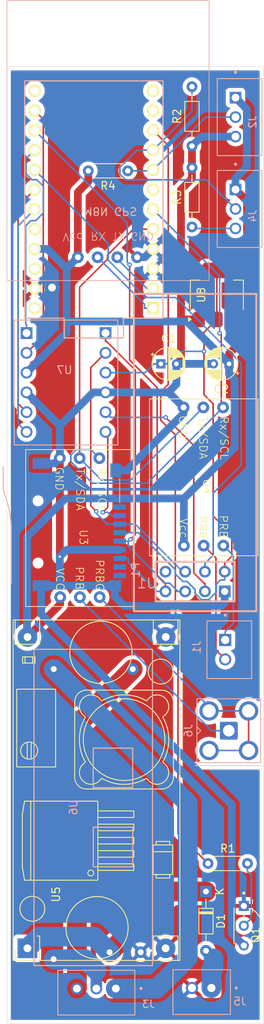
<source format=kicad_pcb>
(kicad_pcb (version 20240108) (generator "pcbnew") (generator_version "8.0")
  (layers (0 "F.Cu" mixed) (31 "B.Cu" mixed) (34 "B.Paste" user) (35 "F.Paste" user) (36 "B.SilkS" user "B.Silkscreen") (37 "F.SilkS" user "F.Silkscreen") (38 "B.Mask" user) (39 "F.Mask" user) (44 "Edge.Cuts" user))
  (net 0 "")
  (net 1 "Net-(U2-C6)")
  (net 2 "Net-(J4-Pad3)")
  (net 5 "Net-(U2-D7)")
  (net 6 "Net-(P1-DAT3{slash}CS)")
  (net 8 "P_EN")
  (net 10 "Net-(U1-CE)")
  (net 11 "NRF CS")
  (net 13 "NRF CE")
  (net 17 "SD CS")
  (net 21 "Net-(J6-In)")
  (net 22 "Net-(J6-Ext)")
  (net 23 "CHRG IN")
  (net 24 "CHRG rectified")
  (net 25 "BAT+")
  (net 26 "BAT M")
  (net 27 "BAT -")
  (net 28 "GND")
  (net 29 "3.3V")
  (net 30 "V GND")
  (net 31 "5V")
  (net 32 "Net-(Q1-Pad2)")
  (net 33 "Net-(J1-Pad1)")
  (net 34 "Net-(J1-Pad2)")
  (net 35 "Net-(P1-CLK{slash}SCK)")
  (net 36 "Net-(P1-CMD{slash}MOSI)")
  (net 37 "SDA")
  (net 38 "TX")
  (net 39 "RX")
  (net 40 "SCL")
  (net 41 "MISO")
  (net 42 "MOSI")
  (net 43 "SCLK")
  (footprint "EZO_PH:EZO_PH" (layer "F.Cu") (at 88.945 124.48 -90)
    (property "Reference" "U3" (at 0 -0.5 -90) (layer "F.SilkS") (effects (font (thickness 0.1))))
    (property "Value" "EZO_PH")
    (fp_text user "PRBG" (at 2.8 -2 -90) (layer "F.SilkS") (effects (font (thickness 0.1)) (justify left bottom)))
    (fp_text user "VCC" (at 3.9 3.1 -90) (layer "F.SilkS") (effects (font (thickness 0.1)) (justify left bottom)))
    (fp_text user "GND" (at -9.1 3.2 -90) (layer "F.SilkS") (effects (font (thickness 0.1)) (justify left bottom)))
    (fp_text user "Rx/SCL" (at -9 -2.3 -90) (layer "F.SilkS") (effects (font (thickness 0.1)) (justify left bottom)))
    (fp_text user "PRB" (at 3.7 0.6 -90) (layer "F.SilkS") (effects (font (thickness 0.1)) (justify left bottom)))
    (fp_text user "Tx/SDA" (at -8.9 0.5 -90) (layer "F.SilkS") (effects (font (thickness 0.1)) (justify left bottom)))
    (pad "1" thru_hole circle (at -10.16 2.54 270) (size 1.524 1.524) (drill 0.762) (layers "*.Cu" "*.Mask") (net 30 "V GND"))
    (pad "2" thru_hole circle (at -10.16 0 270) (size 1.524 1.524) (drill 0.762) (layers "*.Cu" "*.Mask") (net 37 "SDA"))
    (pad "3" thru_hole circle (at -10.16 -2.54 270) (size 1.524 1.524) (drill 0.762) (layers "*.Cu" "*.Mask") (net 40 "SCL"))
    (pad "4" thru_hole circle (at 7.7 2.5 270) (size 1.524 1.524) (drill 0.762) (layers "*.Cu" "*.Mask") (net 31 "5V"))
    (pad "5" thru_hole circle (at 7.7 -0.04 270) (size 1.524 1.524) (drill 0.762) (layers "*.Cu" "*.Mask") (net 21 "Net-(J6-In)"))
    (pad "6" thru_hole circle (at 7.7 -2.58 270) (size 1.524 1.524) (drill 0.762) (layers "*.Cu" "*.Mask") (net 22 "Net-(J6-Ext)"))
  )
  (footprint "Resistor_THT:R_Axial_DIN0204_L3.6mm_D1.6mm_P7.62mm_Horizontal" (layer "F.Cu") (at 103.4 84.61 90)
    (property "Reference" "R3" (at 3.81 -1.92 90) (layer "F.SilkS"))
    (property "Value" "470")
    (pad "1" thru_hole circle (at 0 0 90) (size 1.4 1.4) (drill 0.7) (layers "*.Cu" "*.Mask") (net 2 "Net-(J4-Pad3)"))
    (pad "2" thru_hole oval (at 7.62 0 90) (size 1.4 1.4) (drill 0.7) (layers "*.Cu" "*.Mask") (net 30 "V GND"))
  )
  (footprint "LM2596:YAAJ_DCDC_StepDown_LM2596" (layer "F.Cu") (at 82.23 177.3 90)
    (property "Reference" "U5" (at 6.92 3.69 90) (layer "F.SilkS"))
    (property "Value" "DC-DC STPDN LM2596")
    (pad "1" thru_hole rect (at 0 0 90) (size 2.54 2.54) (drill 1) (layers "*.Cu" "*.Mask") (net 24 "CHRG rectified"))
    (pad "2" thru_hole circle (at 0 17.78 90) (size 2.54 2.54) (drill 1) (layers "*.Cu" "*.Mask") (net 28 "GND"))
    (pad "3" thru_hole circle (at 40 17.8 90) (size 2.54 2.54) (drill 1) (layers "*.Cu" "*.Mask") (net 28 "GND"))
    (pad "4" thru_hole circle (at 40 0.02 90) (size 2.54 2.54) (drill 1) (layers "*.Cu" "*.Mask") (net 31 "5V"))
  )
  (footprint "Resistor_THT:R_Axial_DIN0204_L3.6mm_D1.6mm_P7.62mm_Horizontal" (layer "F.Cu") (at 103.4 74.21 90)
    (property "Reference" "R2" (at 3.81 -1.92 90) (layer "F.SilkS"))
    (property "Value" "4.7K")
    (pad "1" thru_hole circle (at 0 0 90) (size 1.4 1.4) (drill 0.7) (layers "*.Cu" "*.Mask") (net 30 "V GND"))
    (pad "2" thru_hole oval (at 7.62 0 90) (size 1.4 1.4) (drill 0.7) (layers "*.Cu" "*.Mask") (net 5 "Net-(U2-D7)"))
  )
  (footprint "Package_TO_SOT_SMD:SOT-223-3_TabPin2" (layer "F.Cu") (at 106.6 93.35 90)
    (property "Reference" "U8" (at 0 -2 90) (layer "F.SilkS"))
    (property "Value" "AMS1117 3.3v")
    (pad "1" smd roundrect (at -3.15 -2.3 90) (size 2 1.5) (layers "F.Cu" "F.Paste" "F.Mask") (net 30 "V GND"))
    (pad "2" smd roundrect (at -3.15 0 90) (size 2 1.5) (layers "F.Cu" "F.Paste" "F.Mask") (net 29 "3.3V"))
    (pad "2" smd roundrect (at 3.15 0 90) (size 2 3.8) (layers "F.Cu" "F.Paste" "F.Mask") (net 29 "3.3V"))
    (pad "3" smd roundrect (at -3.15 2.3 90) (size 2 1.5) (layers "F.Cu" "F.Paste" "F.Mask") (net 31 "5V"))
  )
  (footprint "EZO_TDS:EZO_TDS" (layer "F.Cu") (at 104.86 117.96 -90)
    (property "Reference" "U4" (at 0 -0.5 -90) (layer "F.SilkS") (effects (font (thickness 0.1))))
    (property "Value" "EZO_TDS")
    (fp_text user "Vcc" (at 4 3.1 -90) (layer "F.SilkS") (effects (font (thickness 0.1)) (justify left bottom)))
    (fp_text user "Tx/SDA" (at -9 0.6 -90) (layer "F.SilkS") (effects (font (thickness 0.1)) (justify left bottom)))
    (fp_text user "Rx/SCL" (at -9.1 -2.1 -90) (layer "F.SilkS") (effects (font (thickness 0.1)) (justify left bottom)))
    (fp_text user "PRB" (at 3.6 -2 -90) (layer "F.SilkS") (effects (font (thickness 0.1)) (justify left bottom)))
    (fp_text user "PRB" (at 3.7 0.7 -90) (layer "F.SilkS") (effects (font (thickness 0.1)) (justify left bottom)))
    (fp_text user "GND" (at -9.2 3.2 -90) (layer "F.SilkS") (effects (font (thickness 0.1)) (justify left bottom)))
    (pad "1" thru_hole circle (at -10.16 2.54 270) (size 1.524 1.524) (drill 0.762) (layers "*.Cu" "*.Mask") (net 30 "V GND"))
    (pad "2" thru_hole circle (at -10.16 0 270) (size 1.524 1.524) (drill 0.762) (layers "*.Cu" "*.Mask") (net 37 "SDA"))
    (pad "3" thru_hole circle (at -10.16 -2.54 270) (size 1.524 1.524) (drill 0.762) (layers "*.Cu" "*.Mask") (net 40 "SCL"))
    (pad "4" thru_hole circle (at 7.6 2.5 270) (size 1.524 1.524) (drill 0.762) (layers "*.Cu" "*.Mask") (net 31 "5V"))
    (pad "5" thru_hole circle (at 7.6 -0.04 270) (size 1.524 1.524) (drill 0.762) (layers "*.Cu" "*.Mask") (net 34 "Net-(J1-Pad2)"))
    (pad "6" thru_hole circle (at 7.6 -2.58 270) (size 1.524 1.524) (drill 0.762) (layers "*.Cu" "*.Mask") (net 33 "Net-(J1-Pad1)"))
  )
  (footprint "Diode_THT:D_DO-34_SOD68_P7.62mm_Horizontal" (layer "F.Cu") (at 105.2 170 -90)
    (property "Reference" "D1" (at 3.81 -1.92 90) (layer "F.SilkS"))
    (property "Value" "D_Schottky")
    (fp_text user "K" (at 0 -1.75 90) (layer "F.SilkS"))
    (pad "1" thru_hole rect (at 0 0 270) (size 1.5 1.5) (drill 0.75) (layers "*.Cu" "*.Mask") (net 24 "CHRG rectified"))
    (pad "2" thru_hole oval (at 7.62 0 270) (size 1.5 1.5) (drill 0.75) (layers "*.Cu" "*.Mask") (net 23 "CHRG IN"))
  )
  (footprint "promicro:ProMicro" (layer "F.Cu") (at 90.78 81.09 90)
    (property "Reference" "U2" (hide yes))
    (property "Value" "ProMicro")
    (pad "1" thru_hole rect (at -13.97 7.62 90) (size 1.6 1.6) (drill 1.1) (layers "*.Cu" "*.Mask" "F.SilkS") (net 38 "TX"))
    (pad "2" thru_hole circle (at -11.43 7.62 90) (size 1.6 1.6) (drill 1.1) (layers "*.Cu" "*.Mask" "F.SilkS") (net 39 "RX"))
    (pad "3" thru_hole circle (at -8.89 7.62 90) (size 1.6 1.6) (drill 1.1) (layers "*.Cu" "*.Mask" "F.SilkS") (net 28 "GND"))
    (pad "4" thru_hole circle (at -6.35 7.62 90) (size 1.6 1.6) (drill 1.1) (layers "*.Cu" "*.Mask" "F.SilkS") (net 28 "GND"))
    (pad "5" thru_hole circle (at -3.81 7.62 90) (size 1.6 1.6) (drill 1.1) (layers "*.Cu" "*.Mask" "F.SilkS") (net 37 "SDA"))
    (pad "6" thru_hole circle (at -1.27 7.62 90) (size 1.6 1.6) (drill 1.1) (layers "*.Cu" "*.Mask" "F.SilkS") (net 40 "SCL"))
    (pad "7" thru_hole circle (at 1.27 7.62 90) (size 1.6 1.6) (drill 1.1) (layers "*.Cu" "*.Mask" "F.SilkS"))
    (pad "8" thru_hole circle (at 3.81 7.62 90) (size 1.6 1.6) (drill 1.1) (layers "*.Cu" "*.Mask" "F.SilkS") (net 1 "Net-(U2-C6)"))
    (pad "9" thru_hole circle (at 6.35 7.62 90) (size 1.6 1.6) (drill 1.1) (layers "*.Cu" "*.Mask" "F.SilkS") (net 5 "Net-(U2-D7)"))
    (pad "10" thru_hole circle (at 8.89 7.62 90) (size 1.6 1.6) (drill 1.1) (layers "*.Cu" "*.Mask" "F.SilkS") (net 8 "P_EN"))
    (pad "11" thru_hole circle (at 11.43 7.62 90) (size 1.6 1.6) (drill 1.1) (layers "*.Cu" "*.Mask" "F.SilkS"))
    (pad "12" thru_hole circle (at 13.97 7.62 90) (size 1.6 1.6) (drill 1.1) (layers "*.Cu" "*.Mask" "F.SilkS"))
    (pad "13" thru_hole circle (at 13.97 -7.62 90) (size 1.6 1.6) (drill 1.1) (layers "*.Cu" "*.Mask" "F.SilkS"))
    (pad "14" thru_hole circle (at 11.43 -7.62 90) (size 1.6 1.6) (drill 1.1) (layers "*.Cu" "*.Mask" "F.SilkS") (net 42 "MOSI"))
    (pad "15" thru_hole circle (at 8.89 -7.62 90) (size 1.6 1.6) (drill 1.1) (layers "*.Cu" "*.Mask" "F.SilkS") (net 41 "MISO"))
    (pad "16" thru_hole circle (at 6.35 -7.62 90) (size 1.6 1.6) (drill 1.1) (layers "*.Cu" "*.Mask" "F.SilkS") (net 43 "SCLK"))
    (pad "17" thru_hole circle (at 3.81 -7.62 90) (size 1.6 1.6) (drill 1.1) (layers "*.Cu" "*.Mask" "F.SilkS") (net 11 "NRF CS"))
    (pad "18" thru_hole circle (at 1.27 -7.62 90) (size 1.6 1.6) (drill 1.1) (layers "*.Cu" "*.Mask" "F.SilkS") (net 13 "NRF CE"))
    (pad "19" thru_hole circle (at -1.27 -7.62 90) (size 1.6 1.6) (drill 1.1) (layers "*.Cu" "*.Mask" "F.SilkS") (net 17 "SD CS"))
    (pad "20" thru_hole circle (at -3.81 -7.62 90) (size 1.6 1.6) (drill 1.1) (layers "*.Cu" "*.Mask" "F.SilkS"))
    (pad "21" thru_hole circle (at -6.35 -7.62 90) (size 1.6 1.6) (drill 1.1) (layers "*.Cu" "*.Mask" "F.SilkS") (net 31 "5V"))
    (pad "22" thru_hole circle (at -8.89 -7.62 90) (size 1.6 1.6) (drill 1.1) (layers "*.Cu" "*.Mask" "F.SilkS"))
    (pad "23" thru_hole circle (at -11.43 -7.62 90) (size 1.6 1.6) (drill 1.1) (layers "*.Cu" "*.Mask" "F.SilkS") (net 28 "GND"))
    (pad "24" thru_hole circle (at -13.97 -7.62 90) (size 1.6 1.6) (drill 1.1) (layers "*.Cu" "*.Mask" "F.SilkS"))
  )
  (footprint "Capacitor_THT:CP_Radial_D4.0mm_P2.00mm" (layer "F.Cu") (at 99.4 102.2)
    (property "Reference" "C1" (at 1 -3.25 0) (layer "F.SilkS"))
    (property "Value" "C_Polarized")
    (pad "1" thru_hole rect (at 0 0) (size 1.2 1.2) (drill 0.6) (layers "*.Cu" "*.Mask") (net 29 "3.3V"))
    (pad "2" thru_hole circle (at 2 0) (size 1.2 1.2) (drill 0.6) (layers "*.Cu" "*.Mask") (net 30 "V GND"))
  )
  (footprint "Resistor_THT:R_Axial_DIN0204_L3.6mm_D1.6mm_P5.08mm_Horizontal" (layer "F.Cu") (at 95.14 77.4 180)
    (property "Reference" "R4" (at 2.54 -1.92 0) (layer "F.SilkS"))
    (property "Value" "4.7K")
    (pad "1" thru_hole circle (at 0 0 180) (size 1.4 1.4) (drill 0.7) (layers "*.Cu" "*.Mask") (net 1 "Net-(U2-C6)"))
    (pad "2" thru_hole oval (at 5.08 0 180) (size 1.4 1.4) (drill 0.7) (layers "*.Cu" "*.Mask") (net 31 "5V"))
  )
  (footprint "2N2222A:TO92254P470H750-3" (layer "F.Cu") (at 112.4 174.4 -90)
    (property "Reference" "Q1" (at 1.2 0.8 90) (layer "F.SilkS"))
    (property "Value" "2N2222A")
    (pad "1" thru_hole rect (at -2.54 2.33 270) (size 1.298 1.298) (drill 0.79) (layers "*.Cu" "*.Mask") (net 28 "GND"))
    (pad "2" thru_hole circle (at 0 2.33 270) (size 1.298 1.298) (drill 0.79) (layers "*.Cu" "*.Mask") (net 32 "Net-(Q1-Pad2)"))
    (pad "3" thru_hole circle (at 2.54 2.33 270) (size 1.298 1.298) (drill 0.79) (layers "*.Cu" "*.Mask") (net 30 "V GND"))
  )
  (footprint "Resistor_THT:R_Axial_DIN0204_L3.6mm_D1.6mm_P5.08mm_Horizontal" (layer "F.Cu") (at 105.46 166.4)
    (property "Reference" "R1" (at 2.54 -1.92 0) (layer "F.SilkS"))
    (property "Value" "1K")
    (pad "1" thru_hole circle (at 0 0) (size 1.4 1.4) (drill 0.7) (layers "*.Cu" "*.Mask") (net 8 "P_EN"))
    (pad "2" thru_hole oval (at 5.08 0) (size 1.4 1.4) (drill 0.7) (layers "*.Cu" "*.Mask") (net 32 "Net-(Q1-Pad2)"))
  )
  (footprint "Capacitor_THT:CP_Radial_D4.0mm_P2.00mm" (layer "F.Cu") (at 108.1726 102.2 180)
    (property "Reference" "C2" (at 1 -3.25 0) (layer "F.SilkS"))
    (property "Value" "C_Polarized")
    (pad "1" thru_hole rect (at 0 0 180) (size 1.2 1.2) (drill 0.6) (layers "*.Cu" "*.Mask") (net 31 "5V"))
    (pad "2" thru_hole circle (at 2 0 180) (size 1.2 1.2) (drill 0.6) (layers "*.Cu" "*.Mask") (net 30 "V GND"))
  )
  (footprint "XH2.54 - 3pin:JST_B2B-XH-A_LF__SN_" (layer "B.Cu") (at 104.65 182.925)
    (property "Reference" "J5" (at 4.9325 1.2 0) (layer "B.SilkS") (effects (justify mirror)))
    (property "Value" "CHRG")
    (pad "1" thru_hole rect (at 1.25 -0.525) (size 1.575 1.575) (drill 1.05) (layers "*.Cu" "*.Mask") (net 23 "CHRG IN"))
    (pad "2" thru_hole circle (at -1.25 -0.525) (size 1.575 1.575) (drill 1.05) (layers "*.Cu" "*.Mask") (net 28 "GND"))
  )
  (footprint "Ublox_Neo_M8N_GPS:Ublox_Neo_M8N_GPS" (layer "B.Cu") (at 79.6 91.5)
    (property "Reference" "M8N_GPS1" (hide yes))
    (property "Value" "~")
    (fp_text user "TX" (at 13.5 -6.3 180) (layer "B.SilkS") (effects (font (thickness 0.1)) (justify left bottom mirror)))
    (fp_text user "RX" (at 10.7 -6.3 180) (layer "B.SilkS") (effects (font (thickness 0.1)) (justify left bottom mirror)))
    (fp_text user "GND" (at 15.8 -6.3 180) (layer "B.SilkS") (effects (font (thickness 0.1)) (justify left bottom mirror)))
    (fp_text user "Vcc" (at 7.1 -6.2 180) (layer "B.SilkS") (effects (font (thickness 0.1)) (justify left bottom mirror)))
    (fp_text user "M8N GPS" (at 13.3 -8.9 180) (layer "B.SilkS") (effects (justify mirror)))
    (pad "1" thru_hole circle (at 9.12 -3) (size 1.524 1.524) (drill 0.762) (layers "*.Cu" "*.Mask") (net 31 "5V"))
    (pad "2" thru_hole circle (at 11.66 -3) (size 1.524 1.524) (drill 0.762) (layers "*.Cu" "*.Mask") (net 38 "TX"))
    (pad "3" thru_hole circle (at 14.2 -3) (size 1.524 1.524) (drill 0.762) (layers "*.Cu" "*.Mask") (net 39 "RX"))
    (pad "4" thru_hole circle (at 16.74 -3) (size 1.524 1.524) (drill 0.762) (layers "*.Cu" "*.Mask") (net 28 "GND"))
  )
  (footprint "XH2.54:XH2.54" (layer "B.Cu") (at 91.1 183)
    (property "Reference" "J3" (at 6.7 1.475 0) (layer "B.SilkS") (effects (font (size 0.944882 0.944882)) (justify mirror)))
    (property "Value" "BAT")
    (pad "1" thru_hole rect (at 2.5 -0.525) (size 1.508 1.508) (drill 1) (layers "*.Cu" "*.Mask") (net 25 "BAT+"))
    (pad "2" thru_hole circle (at 0 -0.525) (size 1.508 1.508) (drill 1) (layers "*.Cu" "*.Mask") (net 26 "BAT M"))
    (pad "3" thru_hole circle (at -2.5 -0.525) (size 1.508 1.508) (drill 1) (layers "*.Cu" "*.Mask") (net 27 "BAT -"))
  )
  (footprint "NRF24L01+PA-LNA:NRF24L01+PA/LNA-FOOTPRINT" (layer "B.Cu") (at 103.8 130.1735 90)
    (property "Reference" "U1" (at -0.2265 -6.2 0) (layer "B.SilkS") (effects (font (size 1.27 1.27)) (justify mirror)))
    (property "Value" "NRF24L01+PA+LNA")
    (pad "1" thru_hole rect (at -1.27 3.81 90) (size 1.524 1.524) (drill 0.9144) (layers "*.Cu" "*.Mask") (net 30 "V GND"))
    (pad "2" thru_hole oval (at 1.27 3.81 90) (size 1.524 1.524) (drill 0.9144) (layers "*.Cu" "*.Mask") (net 29 "3.3V"))
    (pad "3" thru_hole oval (at -1.27 1.27 90) (size 1.524 1.524) (drill 0.9144) (layers "*.Cu" "*.Mask") (net 10 "Net-(U1-CE)"))
    (pad "4" thru_hole oval (at 1.27 1.27 90) (size 1.524 1.524) (drill 0.9144) (layers "*.Cu" "*.Mask") (net 11 "NRF CS"))
    (pad "5" thru_hole oval (at -1.27 -1.27 90) (size 1.524 1.524) (drill 0.9144) (layers "*.Cu" "*.Mask") (net 35 "Net-(P1-CLK{slash}SCK)"))
    (pad "6" thru_hole oval (at 1.27 -1.27 90) (size 1.524 1.524) (drill 0.9144) (layers "*.Cu" "*.Mask") (net 36 "Net-(P1-CMD{slash}MOSI)"))
    (pad "7" thru_hole oval (at -1.27 -3.81 90) (size 1.524 1.524) (drill 0.9144) (layers "*.Cu" "*.Mask") (net 41 "MISO"))
    (pad "8" thru_hole oval (at 1.27 -3.81 90) (size 1.524 1.524) (drill 0.9144) (layers "*.Cu" "*.Mask"))
  )
  (footprint "XH2.54:XH2.54" (layer "B.Cu") (at 109.525 82.3 90)
    (property "Reference" "J4" (at -0.9 1.675 90) (layer "B.SilkS") (effects (font (size 0.944882 0.944882)) (justify mirror)))
    (property "Value" "TRBDT")
    (pad "1" thru_hole rect (at 2.5 -0.525 90) (size 1.508 1.508) (drill 1) (layers "*.Cu" "*.Mask") (net 31 "5V"))
    (pad "2" thru_hole circle (at 0 -0.525 90) (size 1.508 1.508) (drill 1) (layers "*.Cu" "*.Mask") (net 5 "Net-(U2-D7)"))
    (pad "3" thru_hole circle (at -2.5 -0.525 90) (size 1.508 1.508) (drill 1) (layers "*.Cu" "*.Mask") (net 2 "Net-(J4-Pad3)"))
  )
  (footprint "Connector_Coaxial:SMA_Amphenol_901-143_Horizontal" (layer "B.Cu") (at 108.14 149.34)
    (property "Reference" "J6" (at -5.2 0 90) (layer "B.SilkS") (effects (justify mirror)))
    (property "Value" "Conn_Coaxial_Small")
    (fp_line (start -4.3 4.5) (end 4.3 4.5) (stroke (width 0.1)) (layer "Edge.Cuts"))
    (pad "1" thru_hole roundrect (at 0 0) (size 2.3 2.3) (drill 1.5) (layers "*.Cu" "*.Mask") (roundrect_rratio 0.087) (net 21 "Net-(J6-In)"))
    (pad "2" thru_hole circle (at -2.54 -2.54) (size 2.5 2.5) (drill 1.7) (layers "*.Cu" "*.Mask") (net 22 "Net-(J6-Ext)"))
    (pad "2" thru_hole circle (at -2.54 2.54) (size 2.5 2.5) (drill 1.7) (layers "*.Cu" "*.Mask") (net 22 "Net-(J6-Ext)"))
    (pad "2" thru_hole circle (at 2.54 -2.54) (size 2.5 2.5) (drill 1.7) (layers "*.Cu" "*.Mask") (net 22 "Net-(J6-Ext)"))
    (pad "2" thru_hole circle (at 2.54 2.54) (size 2.5 2.5) (drill 1.7) (layers "*.Cu" "*.Mask") (net 22 "Net-(J6-Ext)"))
  )
  (footprint "ST-TF-003A:SUNTECH_ST-TF-003A" (layer "B.Cu") (at 88.77 124.12 90)
    (property "Reference" "P1" (at -4.57732 7.38873 90) (layer "B.SilkS") (effects (font (size 1.000504 1.000504)) (justify mirror)))
    (property "Value" "SD card socket")
    (pad "" np_thru_hole circle (at -3.68 -5.17 90) (size 0.9 0.9) (drill 0.9) (layers "*.Cu" "*.Mask"))
    (pad "" np_thru_hole circle (at 4.32 -5.17 90) (size 0.9 0.9) (drill 0.9) (layers "*.Cu" "*.Mask"))
    (pad "1" smd rect (at 3.52 5.33 90) (size 0.7 1.6) (layers "B.Cu" "B.Paste" "B.Mask"))
    (pad "2" smd rect (at 2.42 5.33 90) (size 0.7 1.6) (layers "B.Cu" "B.Paste" "B.Mask") (net 6 "Net-(P1-DAT3{slash}CS)"))
    (pad "3" smd rect (at 1.32 5.33 90) (size 0.7 1.6) (layers "B.Cu" "B.Paste" "B.Mask") (net 36 "Net-(P1-CMD{slash}MOSI)"))
    (pad "4" smd rect (at 0.22 5.33 90) (size 0.7 1.6) (layers "B.Cu" "B.Paste" "B.Mask") (net 29 "3.3V"))
    (pad "5" smd rect (at -0.88 5.33 90) (size 0.7 1.6) (layers "B.Cu" "B.Paste" "B.Mask") (net 35 "Net-(P1-CLK{slash}SCK)"))
    (pad "6" smd rect (at -1.98 5.33 90) (size 0.7 1.6) (layers "B.Cu" "B.Paste" "B.Mask") (net 30 "V GND"))
    (pad "7" smd rect (at -3.08 5.33 90) (size 0.7 1.6) (layers "B.Cu" "B.Paste" "B.Mask") (net 41 "MISO"))
    (pad "8" smd rect (at -4.18 5.33 90) (size 0.7 1.6) (layers "B.Cu" "B.Paste" "B.Mask"))
    (pad "9" smd rect (at -5.28 5.33 90) (size 0.7 1.6) (layers "B.Cu" "B.Paste" "B.Mask"))
    (pad "G1" smd rect (at -6.58 4.73 90) (size 1.4 1.6) (layers "B.Cu" "B.Paste" "B.Mask") (net 30 "V GND"))
    (pad "G2" smd rect (at -6.58 -4.77 90) (size 1.4 2.2) (layers "B.Cu" "B.Paste" "B.Mask") (net 30 "V GND"))
    (pad "G3" smd rect (at 9.12 -4.77 90) (size 1.4 2.2) (layers "B.Cu" "B.Paste" "B.Mask") (net 30 "V GND"))
    (pad "G4" smd rect (at 8.22 4.83 90) (size 1.8 1.4) (layers "B.Cu" "B.Paste" "B.Mask") (net 30 "V GND"))
    (zone (net 0) (net_name "") (layer "B.Cu") (connect_pads (clearance 0)) (min_thickness 0.01)
      (keepout (tracks not_allowed) (vias not_allowed) (pads not_allowed) (copperpour not_allowed) (footprints allowed))
      (fill (thermal_gap 0.508) (thermal_bridge_width 0.508))
      (polygon (pts (xy 93.2 125.45137) (xy 93.2 123.45) (xy 84.19529 123.45) (xy 84.19529 125.45137)))
    )
  )
  (footprint "XH2.54:XH2.54" (layer "B.Cu") (at 109.525 70.5 90)
    (property "Reference" "J2" (at -0.6375 1.666 90) (layer "B.SilkS") (effects (font (size 0.944882 0.944882)) (justify mirror)))
    (property "Value" "Temp")
    (pad "1" thru_hole rect (at 2.5 -0.525 90) (size 1.508 1.508) (drill 1) (layers "*.Cu" "*.Mask") (net 31 "5V"))
    (pad "2" thru_hole circle (at 0 -0.525 90) (size 1.508 1.508) (drill 1) (layers "*.Cu" "*.Mask") (net 1 "Net-(U2-C6)"))
    (pad "3" thru_hole circle (at -2.5 -0.525 90) (size 1.508 1.508) (drill 1) (layers "*.Cu" "*.Mask") (net 30 "V GND"))
  )
  (footprint "megasaturnv_custom_components:HX-2S-JH10" (layer "B.Cu") (at 90.7 159.2 -90)
    (property "Reference" "U6" (at 0 2.54 90) (layer "B.SilkS") (effects (justify mirror)))
    (property "Value" "HX-2S-JH10")
    (pad "1" thru_hole circle (at 18.6 -6.1 270) (size 1.524 1.524) (drill 0.762) (layers "*.Cu" "*.Mask") (net 28 "GND"))
    (pad "2" thru_hole circle (at 18.6 -2.1 270) (size 1.524 1.524) (drill 0.762) (layers "*.Cu" "*.Mask") (net 24 "CHRG rectified"))
    (pad "3" thru_hole circle (at -17.78 -5.08 270) (size 1.524 1.524) (drill 0.762) (layers "*.Cu" "*.Mask") (net 27 "BAT -"))
    (pad "4" thru_hole circle (at 19.5 5.1 270) (size 1.524 1.524) (drill 0.762) (layers "*.Cu" "*.Mask") (net 26 "BAT M"))
    (pad "5" thru_hole circle (at -17.78 5.08 270) (size 1.524 1.524) (drill 0.762) (layers "*.Cu" "*.Mask") (net 25 "BAT+"))
  )
  (footprint "Logic level shifter:Logic_level_shifter" (layer "B.Cu") (at 87.2 104.6 180)
    (property "Reference" "U7" (at 0.2 1.6 0) (layer "B.SilkS") (effects (justify mirror)))
    (property "Value" "BOB-12009")
    (pad "GND_1" thru_hole circle (at 5.08 -1.27 180) (size 1.524 1.524) (drill 1.016) (layers "*.Cu" "*.Mask") (net 30 "V GND"))
    (pad "GND_2" thru_hole circle (at -5.08 -1.27 180) (size 1.524 1.524) (drill 1.016) (layers "*.Cu" "*.Mask") (net 30 "V GND"))
    (pad "HV" thru_hole circle (at 5.08 1.27 180) (size 1.524 1.524) (drill 1.016) (layers "*.Cu" "*.Mask") (net 31 "5V"))
    (pad "HV1" thru_hole rect (at 5.08 6.35 180) (size 1.524 1.524) (drill 1.016) (layers "*.Cu" "*.Mask") (net 43 "SCLK"))
    (pad "HV2" thru_hole circle (at 5.08 3.81 180) (size 1.524 1.524) (drill 1.016) (layers "*.Cu" "*.Mask") (net 42 "MOSI"))
    (pad "HV3" thru_hole circle (at 5.08 -3.81 180) (size 1.524 1.524) (drill 1.016) (layers "*.Cu" "*.Mask") (net 13 "NRF CE"))
    (pad "HV4" thru_hole circle (at 5.08 -6.35 180) (size 1.524 1.524) (drill 1.016) (layers "*.Cu" "*.Mask") (net 17 "SD CS"))
    (pad "LV" thru_hole circle (at -5.08 1.27 180) (size 1.524 1.524) (drill 1.016) (layers "*.Cu" "*.Mask") (net 29 "3.3V"))
    (pad "LV1" thru_hole rect (at -5.08 6.35 180) (size 1.524 1.524) (drill 1.016) (layers "*.Cu" "*.Mask") (net 35 "Net-(P1-CLK{slash}SCK)"))
    (pad "LV2" thru_hole circle (at -5.08 3.81 180) (size 1.524 1.524) (drill 1.016) (layers "*.Cu" "*.Mask") (net 36 "Net-(P1-CMD{slash}MOSI)"))
    (pad "LV3" thru_hole circle (at -5.08 -3.81 180) (size 1.524 1.524) (drill 1.016) (layers "*.Cu" "*.Mask") (net 10 "Net-(U1-CE)"))
    (pad "LV4" thru_hole circle (at -5.08 -6.35 180) (size 1.524 1.524) (drill 1.016) (layers "*.Cu" "*.Mask") (net 6 "Net-(P1-DAT3{slash}CS)"))
  )
  (footprint "XH2.54 - 3pin:JST_B2B-XH-A_LF__SN_" (layer "B.Cu") (at 108.2 138.9325 90)
    (property "Reference" "J1" (at 0.3325 -4.2 90) (layer "B.SilkS") (effects (justify mirror)))
    (property "Value" "TDS PRB")
    (pad "1" thru_hole rect (at 1.25 -0.525 90) (size 1.575 1.575) (drill 1.05) (layers "*.Cu" "*.Mask") (net 33 "Net-(J1-Pad1)"))
    (pad "2" thru_hole circle (at -1.25 -0.525 90) (size 1.575 1.575) (drill 1.05) (layers "*.Cu" "*.Mask") (net 34 "Net-(J1-Pad2)"))
  )
  (gr_rect (start 79.6 64) (end 112.6 187) (stroke (width 0.05)) (fill none) (layer "Edge.Cuts"))
  (segment (start 105.18 70.5) (end 98.4 77.28) (width 0.2) (layer "B.Cu") (net 1))
  (segment (start 95.14 77.4) (end 98.28 77.4) (width 0.2) (layer "B.Cu") (net 1))
  (segment (start 109 70.5) (end 105.18 70.5) (width 0.2) (layer "B.Cu") (net 1))
  (segment (start 98.28 77.4) (end 98.4 77.28) (width 0.2) (layer "B.Cu") (net 1))
  (segment (start 109 84.8) (end 103.59 84.8) (width 0.2) (layer "B.Cu") (net 2))
  (segment (start 103.59 84.8) (end 103.4 84.61) (width 0.2) (layer "B.Cu") (net 2))
  (segment (start 105.25 78.55) (end 109 82.3) (width 0.2) (layer "B.Cu") (net 5))
  (segment (start 103.4 69.74) (end 98.4 74.74) (width 0.2) (layer "B.Cu") (net 5))
  (segment (start 96.3371 74.74) (end 94.128 76.9491) (width 0.2) (layer "B.Cu") (net 5))
  (segment (start 94.858 78.55) (end 105.25 78.55) (width 0.2) (layer "B.Cu") (net 5))
  (segment (start 94.128 76.9491) (end 94.128 77.82) (width 0.2) (layer "B.Cu") (net 5))
  (segment (start 103.4 66.59) (end 103.4 69.74) (width 0.2) (layer "B.Cu") (net 5))
  (segment (start 98.4 74.74) (end 96.3371 74.74) (width 0.2) (layer "B.Cu") (net 5))
  (segment (start 94.128 77.82) (end 94.858 78.55) (width 0.2) (layer "B.Cu") (net 5))
  (segment (start 92.28 110.95) (end 92.5673 111.2373) (width 0.2) (layer "F.Cu") (net 6))
  (segment (start 92.5673 111.2373) (end 92.5673 120.6421) (width 0.2) (layer "F.Cu") (net 6))
  (segment (start 92.5673 120.6421) (end 91.9293 121.2801) (width 0.2) (layer "F.Cu") (net 6))
  (via (at 91.9293 121.2801) (size 0.6) (drill 0.3) (layers "F.Cu" "B.Cu") (net 6))
  (segment (start 94.1 121.7) (end 92.9983 121.7) (width 0.2) (layer "B.Cu") (net 6))
  (segment (start 91.9293 121.2801) (end 92.5784 121.2801) (width 0.2) (layer "B.Cu") (net 6))
  (segment (start 92.5784 121.2801) (end 92.9983 121.7) (width 0.2) (layer "B.Cu") (net 6))
  (segment (start 100.3463 74.1463) (end 98.4 72.2) (width 0.2) (layer "F.Cu") (net 8))
  (segment (start 101.26 111.3261) (end 99.3725 109.4386) (width 0.2) (layer "F.Cu") (net 8))
  (segment (start 99.3725 109.4386) (end 99.3725 105.8226) (width 0.2) (layer "F.Cu") (net 8))
  (segment (start 99.3725 105.8226) (end 100.3463 104.8488) (width 0.2) (layer "F.Cu") (net 8))
  (segment (start 105.46 166.4) (end 101.6017 162.5417) (width 0.2) (layer "F.Cu") (net 8))
  (segment (start 101.6017 134.5344) (end 101.26 134.1927) (width 0.2) (layer "F.Cu") (net 8))
  (segment (start 101.26 134.1927) (end 101.26 111.3261) (width 0.2) (layer "F.Cu") (net 8))
  (segment (start 100.3463 104.8488) (end 100.3463 74.1463) (width 0.2) (layer "F.Cu") (net 8))
  (segment (start 101.6017 162.5417) (end 101.6017 134.5344) (width 0.2) (layer "F.Cu") (net 8))
  (segment (start 103.63 129.0728) (end 103.63 112.6943) (width 0.2) (layer "F.Cu") (net 10))
  (segment (start 105.07 130.3798) (end 104.937 130.3798) (width 0.2) (layer "F.Cu") (net 10))
  (segment (start 105.07 131.4435) (end 105.07 130.3798) (width 0.2) (layer "F.Cu") (net 10))
  (segment (start 104.937 130.3798) (end 103.63 129.0728) (width 0.2) (layer "F.Cu") (net 10))
  (segment (start 103.63 112.6943) (end 100.0202 109.0845) (width 0.2) (layer "F.Cu") (net 10))
  (via (at 100.0202 109.0845) (size 0.6) (drill 0.3) (layers "F.Cu" "B.Cu") (net 10))
  (segment (start 92.28 108.41) (end 92.9545 109.0845) (width 0.2) (layer "B.Cu") (net 10))
  (segment (start 92.9545 109.0845) (end 100.0202 109.0845) (width 0.2) (layer "B.Cu") (net 10))
  (segment (start 109.7122 115.2398) (end 109.7122 102.1047) (width 0.2) (layer "B.Cu") (net 11))
  (segment (start 106.1337 126.7761) (end 106.1337 118.8183) (width 0.2) (layer "B.Cu") (net 11))
  (segment (start 101.2842 93.6767) (end 97.4242 93.6767) (width 0.2) (layer "B.Cu") (net 11))
  (segment (start 97.4242 93.6767) (end 92.6278 88.8803) (width 0.2) (layer "B.Cu") (net 11))
  (segment (start 92.6278 86.7478) (end 83.16 77.28) (width 0.2) (layer "B.Cu") (net 11))
  (segment (start 106.1337 118.8183) (end 109.7122 115.2398) (width 0.2) (layer "B.Cu") (net 11))
  (segment (start 105.07 128.9035) (end 105.07 127.8398) (width 0.2) (layer "B.Cu") (net 11))
  (segment (start 92.6278 88.8803) (end 92.6278 86.7478) (width 0.2) (layer "B.Cu") (net 11))
  (segment (start 109.7122 102.1047) (end 101.2842 93.6767) (width 0.2) (layer "B.Cu") (net 11))
  (segment (start 105.07 127.8398) (end 106.1337 126.7761) (width 0.2) (layer "B.Cu") (net 11))
  (segment (start 81.0336 81.9464) (end 83.16 79.82) (width 0.2) (layer "F.Cu") (net 13))
  (segment (start 82.12 108.41) (end 81.0336 107.3236) (width 0.2) (layer "F.Cu") (net 13))
  (segment (start 81.0336 107.3236) (end 81.0336 81.9464) (width 0.2) (layer "F.Cu") (net 13))
  (segment (start 82.12 110.95) (end 81.0336 109.8636) (width 0.2) (layer "B.Cu") (net 17))
  (segment (start 81.0336 84.4864) (end 83.16 82.36) (width 0.2) (layer "B.Cu") (net 17))
  (segment (start 81.0336 109.8636) (end 81.0336 84.4864) (width 0.2) (layer "B.Cu") (net 17))
  (segment (start 108.14 149.34) (end 105.9237 149.34) (width 0.2) (layer "B.Cu") (net 21))
  (segment (start 88.985 132.4013) (end 88.985 132.18) (width 0.2) (layer "B.Cu") (net 21))
  (segment (start 105.9237 149.34) (end 88.985 132.4013) (width 0.2) (layer "B.Cu") (net 21))
  (segment (start 110.68 151.88) (end 110.68 146.8) (width 0.2) (layer "F.Cu") (net 22))
  (segment (start 110.68 151.88) (end 105.6 151.88) (width 0.2) (layer "B.Cu") (net 22))
  (segment (start 105.6 146.8) (end 105.6 146.255) (width 0.2) (layer "B.Cu") (net 22))
  (segment (start 105.6 146.255) (end 91.525 132.18) (width 0.2) (layer "B.Cu") (net 22))
  (segment (start 110.68 146.8) (end 105.6 146.8) (width 0.2) (layer "B.Cu") (net 22))
  (segment (start 106.1758 179.765) (end 106.1758 178.5958) (width 2.54) (layer "B.Cu") (net 23))
  (segment (start 106.1758 178.5958) (end 105.2 177.62) (width 1.4998) (layer "B.Cu") (net 23))
  (segment (start 105.9 182.4) (end 105.9 180.0408) (width 2.54) (layer "B.Cu") (net 23))
  (segment (start 105.9 180.0408) (end 106.1758 179.765) (width 2.54) (layer "B.Cu") (net 23))
  (segment (start 105.2 170) (end 100.6 170) (width 2.54) (layer "F.Cu") (net 24))
  (segment (start 100.6 170) (end 92.8 177.8) (width 2.54) (layer "F.Cu") (net 24))
  (segment (start 92.8 177.8) (end 90.8052 175.8052) (width 2.54) (layer "B.Cu") (net 24))
  (segment (start 90.8052 175.8052) (end 83.7248 175.8052) (width 2.54) (layer "B.Cu") (net 24))
  (segment (start 83.7248 175.8052) (end 82.23 177.3) (width 2.54) (layer "B.Cu") (net 24))
  (segment (start 98.8906 182.475) (end 93.6 182.475) (width 2.54) (layer "B.Cu") (net 25))
  (segment (start 85.62 141.42) (end 102.865 158.665) (width 2.54) (layer "B.Cu") (net 25))
  (segment (start 102.865 178.5006) (end 98.8906 182.475) (width 2.54) (layer "B.Cu") (net 25))
  (segment (start 102.865 158.665) (end 102.865 178.5006) (width 2.54) (layer "B.Cu") (net 25))
  (segment (start 85.6 178.7) (end 89.6529 178.7) (width 2.54) (layer "B.Cu") (net 26))
  (segment (start 89.6529 178.7) (end 91.1 180.1471) (width 2.54) (layer "B.Cu") (net 26))
  (segment (start 91.1 180.1471) (end 91.1 182.475) (width 1.5078) (layer "B.Cu") (net 26))
  (segment (start 88.6 148.6) (end 88.6 182.475) (width 2.54) (layer "F.Cu") (net 27))
  (segment (start 95.78 141.42) (end 88.6 148.6) (width 2.54) (layer "F.Cu") (net 27))
  (via (at 85.4 92.4) (size 2) (drill 1) (layers "F.Cu" "B.Cu") (net 28))
  (segment (start 97.34 88.5) (end 98.4 87.44) (width 1) (layer "B.Cu") (net 28))
  (segment (start 96.34 88.5) (end 97.34 88.5) (width 1) (layer "B.Cu") (net 28))
  (segment (start 106.6 96.5) (end 104.9422 98.1578) (width 0.2) (layer "F.Cu") (net 29))
  (segment (start 107.61 128.9035) (end 107.61 127.8398) (width 0.2) (layer "F.Cu") (net 29))
  (segment (start 108.5231 126.9267) (end 107.61 127.8398) (width 0.2) (layer "F.Cu") (net 29))
  (segment (start 108.5231 124.1523) (end 108.5231 126.9267) (width 0.2) (layer "F.Cu") (net 29))
  (segment (start 106.13 107.346) (end 106.13 121.7592) (width 0.2) (layer "F.Cu") (net 29))
  (segment (start 106.6 90.2) (end 106.6 96.5) (width 0.2) (layer "F.Cu") (net 29))
  (segment (start 104.9422 100.6002) (end 104.9422 106.1582) (width 0.2) (layer "F.Cu") (net 29))
  (segment (start 104.9422 106.1582) (end 106.13 107.346) (width 0.2) (layer "F.Cu") (net 29))
  (segment (start 104.9422 98.1578) (end 104.9422 100.6002) (width 0.2) (layer "F.Cu") (net 29))
  (segment (start 106.13 121.7592) (end 108.5231 124.1523) (width 0.2) (layer "F.Cu") (net 29))
  (via (at 104.9422 100.6002) (size 0.6) (drill 0.3) (layers "F.Cu" "B.Cu") (net 29))
  (segment (start 101.6761 100.6002) (end 100.3017 101.9746) (width 0.2) (layer "B.Cu") (net 29))
  (segment (start 97.3683 103.33) (end 98.4983 102.2) (width 0.2) (layer "B.Cu") (net 29))
  (segment (start 106.5463 131.5142) (end 106.5463 130.499) (width 0.2) (layer "B.Cu") (net 29))
  (segment (start 103.8 131.6876) (end 104.6232 132.5108) (width 0.2) (layer "B.Cu") (net 29))
  (segment (start 104.9422 100.6002) (end 101.6761 100.6002) (width 0.2) (layer "B.Cu") (net 29))
  (segment (start 106.5463 130.499) (end 107.0781 129.9672) (width 0.2) (layer "B.Cu") (net 29))
  (segment (start 94.1 123.9) (end 96.5023 123.9) (width 0.2) (layer "B.Cu") (net 29))
  (segment (start 102.7758 130.1735) (end 103.8 131.1977) (width 0.2) (layer "B.Cu") (net 29))
  (segment (start 107.61 128.9035) (end 107.61 129.9672) (width 0.2) (layer "B.Cu") (net 29))
  (segment (start 104.6232 132.5108) (end 105.5497 132.5108) (width 0.2) (layer "B.Cu") (net 29))
  (segment (start 102.2218 130.1735) (end 102.7758 130.1735) (width 0.2) (layer "B.Cu") (net 29))
  (segment (start 101.2429 129.1946) (end 102.2218 130.1735) (width 0.2) (layer "B.Cu") (net 29))
  (segment (start 101.2429 128.6406) (end 101.2429 129.1946) (width 0.2) (layer "B.Cu") (net 29))
  (segment (start 92.28 103.33) (end 97.3683 103.33) (width 0.2) (layer "B.Cu") (net 29))
  (segment (start 99.4 102.2) (end 100.3017 102.2) (width 0.2) (layer "B.Cu") (net 29))
  (segment (start 103.8 131.1977) (end 103.8 131.6876) (width 0.2) (layer "B.Cu") (net 29))
  (segment (start 105.5497 132.5108) (end 106.5463 131.5142) (width 0.2) (layer "B.Cu") (net 29))
  (segment (start 100.3017 101.9746) (end 100.3017 102.2) (width 0.2) (layer "B.Cu") (net 29))
  (segment (start 96.5023 123.9) (end 101.2429 128.6406) (width 0.2) (layer "B.Cu") (net 29))
  (segment (start 99.4 102.2) (end 98.4983 102.2) (width 0.2) (layer "B.Cu") (net 29))
  (segment (start 107.0781 129.9672) (end 107.61 129.9672) (width 0.2) (layer "B.Cu") (net 29))
  (segment (start 103.4 74.21) (end 103.4 76.99) (width 1) (layer "F.Cu") (net 30))
  (segment (start 103.4 76.99) (end 103.4 78.3917) (width 1) (layer "F.Cu") (net 30))
  (segment (start 86.405 126.963) (end 86.4023 126.9657) (width 1) (layer "F.Cu") (net 30))
  (segment (start 86.405 114.32) (end 86.405 126.963) (width 1) (layer "F.Cu") (net 30))
  (segment (start 101.9877 96.5) (end 101.9877 101.6123) (width 1) (layer "F.Cu") (net 30))
  (segment (start 101.9877 101.6123) (end 101.4 102.2) (width 1) (layer "F.Cu") (net 30))
  (segment (start 104.3 96.5) (end 101.9877 96.5) (width 1) (layer "F.Cu") (net 30))
  (segment (start 103.4 78.3917) (end 101.9877 79.804) (width 1) (layer "F.Cu") (net 30))
  (segment (start 101.9877 79.804) (end 101.9877 96.5) (width 1) (layer "F.Cu") (net 30))
  (via (at 86.4023 126.9657) (size 0.6) (drill 0.3) (layers "F.Cu" "B.Cu") (net 30))
  (segment (start 94.7119 133.3136) (end 93.5 132.1017) (width 1) (layer "B.Cu") (net 30))
  (segment (start 84 130.7) (end 86.4023 130.7) (width 1) (layer "B.Cu") (net 30))
  (segment (start 110.07 176.94) (end 108.5314 175.4014) (width 1) (layer "B.Cu") (net 30))
  (segment (start 104.61 73) (end 103.4 74.21) (width 1) (layer "B.Cu") (net 30))
  (segment (start 93.5 130.7) (end 93.5 132.1017) (width 1) (layer "B.Cu") (net 30))
  (segment (start 92.28 105.87) (end 90.69 105.87) (width 1) (layer "B.Cu") (net 30))
  (segment (start 107.61 132.9072) (end 107.2036 133.3136) (width 1) (layer "B.Cu") (net 30))
  (segment (start 106.1726 102.2) (end 101.4 102.2) (width 1) (layer "B.Cu") (net 30))
  (segment (start 82.12 105.87) (end 86.405 110.155) (width 1) (layer "B.Cu") (net 30))
  (segment (start 84 134.347) (end 84 130.7) (width 1) (layer "B.Cu") (net 30))
  (segment (start 86.4023 126.9657) (end 86.4023 130.7) (width 1) (layer "B.Cu") (net 30))
  (segment (start 107.2036 133.3136) (end 94.7119 133.3136) (width 1) (layer "B.Cu") (net 30))
  (segment (start 84 115) (end 85.8017 115) (width 1) (layer "B.Cu") (net 30))
  (segment (start 100.3483 105.87) (end 92.28 105.87) (width 1) (layer "B.Cu") (net 30))
  (segment (start 101.4 104.8183) (end 100.3692 105.8491) (width 1) (layer "B.Cu") (net 30))
  (segment (start 86.405 110.155) (end 86.405 114.32) (width 1) (layer "B.Cu") (net 30))
  (segment (start 86.4023 130.7) (end 93.5 130.7) (width 1) (layer "B.Cu") (net 30))
  (segment (start 94.1 126.1) (end 87.268 126.1) (width 1) (layer "B.Cu") (net 30))
  (segment (start 108.5314 175.4014) (end 108.5314 158.8784) (width 1) (layer "B.Cu") (net 30))
  (segment (start 100.3692 105.8491) (end 100.3483 105.87) (width 1) (layer "B.Cu") (net 30))
  (segment (start 100.3692 105.8491) (end 102.32 107.8) (width 1) (layer "B.Cu") (net 30))
  (segment (start 87.268 126.1) (end 86.4023 126.9657) (width 1) (layer "B.Cu") (net 30))
  (segment (start 102.32 107.8) (end 102.32 108.5817) (width 1) (layer "B.Cu") (net 30))
  (segment (start 93.6 115.9) (end 95.0017 115.9) (width 1) (layer "B.Cu") (net 30))
  (segment (start 90.69 105.87) (end 86.405 110.155) (width 1) (layer "B.Cu") (net 30))
  (segment (start 109 73) (end 104.61 73) (width 1) (layer "B.Cu") (net 30))
  (segment (start 108.5314 158.8784) (end 84 134.347) (width 1) (layer "B.Cu") (net 30))
  (segment (start 101.4 102.2) (end 101.4 104.8183) (width 1) (layer "B.Cu") (net 30))
  (segment (start 107.61 131.4435) (end 107.61 132.9072) (width 1) (layer "B.Cu") (net 30))
  (segment (start 85.8017 114.9233) (end 86.405 114.32) (width 1) (layer "B.Cu") (net 30))
  (segment (start 102.32 108.5817) (end 95.0017 115.9) (width 1) (layer "B.Cu") (net 30))
  (segment (start 85.8017 115) (end 85.8017 114.9233) (width 1) (layer "B.Cu") (net 30))
  (segment (start 86.445 133.105) (end 86.445 132.18) (width 1) (layer "F.Cu") (net 31))
  (segment (start 109 79.8) (end 110.4872 81.2872) (width 1) (layer "F.Cu") (net 31))
  (segment (start 108.1726 100.8983) (end 108.9 100.1709) (width 1) (layer "F.Cu") (net 31))
  (segment (start 108.1726 102.2) (end 108.1726 100.8983) (width 1) (layer "F.Cu") (net 31))
  (segment (start 90.06 77.4) (end 90.06 78.8017) (width 1) (layer "F.Cu") (net 31))
  (segment (start 82.25 137.3) (end 86.445 133.105) (width 1) (layer "F.Cu") (net 31))
  (segment (start 88.72 80.1417) (end 88.72 88.5) (width 1) (layer "F.Cu") (net 31))
  (segment (start 90.06 78.8017) (end 88.72 80.1417) (width 1) (layer "F.Cu") (net 31))
  (segment (start 108.9 100.1709) (end 108.9 96.5) (width 1) (layer "F.Cu") (net 31))
  (segment (start 110.4872 94.9128) (end 108.9 96.5) (width 1) (layer "F.Cu") (net 31))
  (segment (start 110.4872 81.2872) (end 110.4872 94.9128) (width 1) (layer "F.Cu") (net 31))
  (segment (start 87.2782 96.763) (end 87.2782 89.9418) (width 1) (layer "B.Cu") (net 31))
  (segment (start 102.7356 96.763) (end 108.1726 102.2) (width 1) (layer "B.Cu") (net 31))
  (segment (start 102.36 119.4965) (end 87.1275 119.4965) (width 1) (layer "B.Cu") (net 31))
  (segment (start 108.8873 112.9692) (end 102.36 119.4965) (width 1) (layer "B.Cu") (net 31))
  (segment (start 87.2782 98.1718) (end 87.2782 96.763) (width 1) (layer "B.Cu") (net 31))
  (segment (start 88.72 88.5) (end 87.2782 89.9418) (width 1) (layer "B.Cu") (net 31))
  (segment (start 109 68) (end 110.4557 69.4557) (width 1) (layer "B.Cu") (net 31))
  (segment (start 82.12 103.33) (end 87.2782 98.1718) (width 1) (layer "B.Cu") (net 31))
  (segment (start 87.2782 89.9418) (end 84.7764 87.44) (width 1) (layer "B.Cu") (net 31))
  (segment (start 87.2782 96.763) (end 102.7356 96.763) (width 1) (layer "B.Cu") (net 31))
  (segment (start 110.4557 76.8886) (end 109 78.3443) (width 1) (layer "B.Cu") (net 31))
  (segment (start 84.7764 87.44) (end 83.16 87.44) (width 1) (layer "B.Cu") (net 31))
  (segment (start 110.4557 69.4557) (end 110.4557 76.8886) (width 1) (layer "B.Cu") (net 31))
  (segment (start 87.1275 119.4965) (end 82.1914 124.4326) (width 1) (layer "B.Cu") (net 31))
  (segment (start 82.1914 137.2414) (end 82.25 137.3) (width 1) (layer "B.Cu") (net 31))
  (segment (start 108.1726 102.2) (end 108.1726 103.5017) (width 1) (layer "B.Cu") (net 31))
  (segment (start 102.36 125.56) (end 102.36 119.4965) (width 1) (layer "B.Cu") (net 31))
  (segment (start 108.8873 104.2164) (end 108.8873 112.9692) (width 1) (layer "B.Cu") (net 31))
  (segment (start 108.1726 103.5017) (end 108.8873 104.2164) (width 1) (layer "B.Cu") (net 31))
  (segment (start 82.1914 124.4326) (end 82.1914 137.2414) (width 1) (layer "B.Cu") (net 31))
  (segment (start 109 79.8) (end 109 78.3443) (width 1) (layer "B.Cu") (net 31))
  (segment (start 110.54 166.4) (end 110.54 167.4017) (width 0.2) (layer "B.Cu") (net 32))
  (segment (start 110.54 167.4017) (end 111.0207 167.8824) (width 0.2) (layer "B.Cu") (net 32))
  (segment (start 111.0207 167.8824) (end 111.0207 173.4493) (width 0.2) (layer "B.Cu") (net 32))
  (segment (start 111.0207 173.4493) (end 110.07 174.4) (width 0.2) (layer "B.Cu") (net 32))
  (segment (start 107.675 137.6825) (end 107.675 136.5933) (width 0.2) (layer "B.Cu") (net 33))
  (segment (start 107.675 136.5933) (end 108.727 135.5413) (width 0.2) (layer "B.Cu") (net 33))
  (segment (start 108.727 135.5413) (end 108.727 126.847) (width 0.2) (layer "B.Cu") (net 33))
  (segment (start 108.727 126.847) (end 107.44 125.56) (width 0.2) (layer "B.Cu") (net 33))
  (segment (start 106.4815 138.989) (end 107.675 140.1825) (width 0.2) (layer "F.Cu") (net 34))
  (segment (start 104.9 125.56) (end 106.4815 127.1415) (width 0.2) (layer "F.Cu") (net 34))
  (segment (start 106.4815 127.1415) (end 106.4815 138.989) (width 0.2) (layer "F.Cu") (net 34))
  (segment (start 92.28 98.25) (end 92.28 99.3137) (width 0.2) (layer "F.Cu") (net 35))
  (segment (start 92.4109 99.3137) (end 96.1113 103.0141) (width 0.2) (layer "F.Cu") (net 35))
  (segment (start 92.28 99.3137) (end 92.4109 99.3137) (width 0.2) (layer "F.Cu") (net 35))
  (segment (start 96.1113 124.1381) (end 95.5002 124.7492) (width 0.2) (layer "F.Cu") (net 35))
  (segment (start 96.1113 103.0141) (end 96.1113 124.1381) (width 0.2) (layer "F.Cu") (net 35))
  (via (at 95.5002 124.7492) (size 0.6) (drill 0.3) (layers "F.Cu" "B.Cu") (net 35))
  (segment (start 100.5357 130.3798) (end 99.9589 130.3798) (width 0.2) (layer "B.Cu") (net 35))
  (segment (start 102.53 131.4435) (end 101.4663 131.4435) (width 0.2) (layer "B.Cu") (net 35))
  (segment (start 94.1 125) (end 95.2017 125) (width 0.2) (layer "B.Cu") (net 35))
  (segment (start 95.2017 125.6226) (end 95.2017 125) (width 0.2) (layer "B.Cu") (net 35))
  (segment (start 95.4525 124.7492) (end 95.2017 125) (width 0.2) (layer "B.Cu") (net 35))
  (segment (start 101.4663 131.3104) (end 100.5357 130.3798) (width 0.2) (layer "B.Cu") (net 35))
  (segment (start 99.9589 130.3798) (end 95.2017 125.6226) (width 0.2) (layer "B.Cu") (net 35))
  (segment (start 101.4663 131.4435) (end 101.4663 131.3104) (width 0.2) (layer "B.Cu") (net 35))
  (segment (start 94.1 125) (end 95.2017 125) (width 0.2) (layer "B.Cu") (net 35))
  (segment (start 95.5002 124.7492) (end 95.4525 124.7492) (width 0.2) (layer "B.Cu") (net 35))
  (segment (start 92.28 100.79) (end 90.3798 102.6902) (width 0.2) (layer "F.Cu") (net 36))
  (segment (start 90.3798 102.6902) (end 90.3798 120.4538) (width 0.2) (layer "F.Cu") (net 36))
  (segment (start 90.3798 120.4538) (end 91.094 121.168) (width 0.2) (layer "F.Cu") (net 36))
  (via (at 91.094 121.168) (size 0.6) (drill 0.3) (layers "F.Cu" "B.Cu") (net 36))
  (segment (start 91.094 121.4022) (end 92.4918 122.8) (width 0.2) (layer "B.Cu") (net 36))
  (segment (start 96.0991 122.8) (end 102.2026 128.9035) (width 0.2) (layer "B.Cu") (net 36))
  (segment (start 92.4918 122.8) (end 94.1 122.8) (width 0.2) (layer "B.Cu") (net 36))
  (segment (start 91.094 121.168) (end 91.094 121.4022) (width 0.2) (layer "B.Cu") (net 36))
  (segment (start 102.2026 128.9035) (end 102.53 128.9035) (width 0.2) (layer "B.Cu") (net 36))
  (segment (start 94.1 122.8) (end 96.0991 122.8) (width 0.2) (layer "B.Cu") (net 36))
  (segment (start 88.945 92.3469) (end 88.945 114.32) (width 0.2) (layer "F.Cu") (net 37))
  (segment (start 95.8532 84.9) (end 92.53 88.2232) (width 0.2) (layer "F.Cu") (net 37))
  (segment (start 92.53 88.7619) (end 88.945 92.3469) (width 0.2) (layer "F.Cu") (net 37))
  (segment (start 92.53 88.2232) (end 92.53 88.7619) (width 0.2) (layer "F.Cu") (net 37))
  (segment (start 98.4 84.9) (end 95.8532 84.9) (width 0.2) (layer "F.Cu") (net 37))
  (segment (start 95.5326 117.1274) (end 91.7524 117.1274) (width 0.2) (layer "B.Cu") (net 37))
  (segment (start 104.86 107.8) (end 95.5326 117.1274) (width 0.2) (layer "B.Cu") (net 37))
  (segment (start 91.7524 117.1274) (end 88.945 114.32) (width 0.2) (layer "B.Cu") (net 37))
  (segment (start 97.2983 94.5383) (end 97.2983 95.06) (width 0.2) (layer "B.Cu") (net 38))
  (segment (start 98.4 95.06) (end 97.2983 95.06) (width 0.2) (layer "B.Cu") (net 38))
  (segment (start 91.26 88.5) (end 97.2983 94.5383) (width 0.2) (layer "B.Cu") (net 38))
  (segment (start 97.592 92.52) (end 98.4 92.52) (width 0.2) (layer "B.Cu") (net 39))
  (segment (start 93.8 88.728) (end 97.592 92.52) (width 0.2) (layer "B.Cu") (net 39))
  (segment (start 93.8 88.5) (end 93.8 88.728) (width 0.2) (layer "B.Cu") (net 39))
  (segment (start 107.1726 107.5726) (end 107.1726 98.4908) (width 0.2) (layer "F.Cu") (net 40))
  (segment (start 107.4 107.8) (end 107.1726 107.5726) (width 0.2) (layer "F.Cu") (net 40))
  (segment (start 107.1726 98.4908) (end 106.959 98.2772) (width 0.2) (layer "F.Cu") (net 40))
  (via (at 106.959 98.2772) (size 0.6) (drill 0.3) (layers "F.Cu" "B.Cu") (net 40))
  (segment (start 106.959 90.919) (end 106.959 98.2772) (width 0.2) (layer "B.Cu") (net 40))
  (segment (start 87.8131 113.9326) (end 87.8131 114.751) (width 0.2) (layer "B.Cu") (net 40))
  (segment (start 90.3849 113.2199) (end 88.5258 113.2199) (width 0.2) (layer "B.Cu") (net 40))
  (segment (start 98.4 82.36) (end 106.959 90.919) (width 0.2) (layer "B.Cu") (net 40))
  (segment (start 88.5258 113.2199) (end 87.8131 113.9326) (width 0.2) (layer "B.Cu") (net 40))
  (segment (start 87.8131 114.751) (end 90.6041 117.542) (width 0.2) (layer "B.Cu") (net 40))
  (segment (start 91.485 114.32) (end 90.3849 113.2199) (width 0.2) (layer "B.Cu") (net 40))
  (segment (start 90.6041 117.542) (end 97.658 117.542) (width 0.2) (layer "B.Cu") (net 40))
  (segment (start 97.658 117.542) (end 107.4 107.8) (width 0.2) (layer "B.Cu") (net 40))
  (segment (start 98.9248 105.2596) (end 98.9248 129.4477) (width 0.2) (layer "F.Cu") (net 41))
  (segment (start 95.3827 89.4599) (end 95.3827 101.7175) (width 0.2) (layer "F.Cu") (net 41))
  (segment (start 99.8569 130.3798) (end 99.99 130.3798) (width 0.2) (layer "F.Cu") (net 41))
  (segment (start 95.3827 101.7175) (end 98.9248 105.2596) (width 0.2) (layer "F.Cu") (net 41))
  (segment (start 98.9248 129.4477) (end 99.8569 130.3798) (width 0.2) (layer "F.Cu") (net 41))
  (segment (start 99.99 131.4435) (end 99.99 130.3798) (width 0.2) (layer "F.Cu") (net 41))
  (via (at 95.3827 89.4599) (size 0.6) (drill 0.3) (layers "F.Cu" "B.Cu") (net 41))
  (segment (start 95.3827 89.4599) (end 95.07 89.1472) (width 0.2) (layer "B.Cu") (net 41))
  (segment (start 94.1 127.2) (end 95.2017 127.2) (width 0.2) (layer "B.Cu") (net 41))
  (segment (start 95.2017 127.7189) (end 95.2017 127.2) (width 0.2) (layer "B.Cu") (net 41))
  (segment (start 95.07 89.1472) (end 95.07 84.11) (width 0.2) (layer "B.Cu") (net 41))
  (segment (start 99.99 131.4435) (end 98.9263 131.4435) (width 0.2) (layer "B.Cu") (net 41))
  (segment (start 98.9263 131.4435) (end 95.2017 127.7189) (width 0.2) (layer "B.Cu") (net 41))
  (segment (start 95.07 84.11) (end 83.16 72.2) (width 0.2) (layer "B.Cu") (net 41))
  (segment (start 84.2744 98.6356) (end 82.12 100.79) (width 0.2) (layer "F.Cu") (net 42))
  (segment (start 83.16 69.66) (end 84.2744 70.7744) (width 0.2) (layer "F.Cu") (net 42))
  (segment (start 84.2744 70.7744) (end 84.2744 98.6356) (width 0.2) (layer "F.Cu") (net 42))
  (segment (start 82.12 98.25) (end 82.12 97.1863) (width 0.2) (layer "B.Cu") (net 43))
  (segment (start 83.2993 83.7983) (end 82.6725 83.7983) (width 0.2) (layer "B.Cu") (net 43))
  (segment (start 82.8326 78.55) (end 83.4572 78.55) (width 0.2) (layer "B.Cu") (net 43))
  (segment (start 84.2905 79.3833) (end 84.2905 82.8071) (width 0.2) (layer "B.Cu") (net 43))
  (segment (start 82.003 84.4678) (end 82.003 97.0693) (width 0.2) (layer "B.Cu") (net 43))
  (segment (start 82.6725 83.7983) (end 82.003 84.4678) (width 0.2) (layer "B.Cu") (net 43))
  (segment (start 82.0583 75.8417) (end 82.0583 77.7757) (width 0.2) (layer "B.Cu") (net 43))
  (segment (start 83.16 74.74) (end 82.0583 75.8417) (width 0.2) (layer "B.Cu") (net 43))
  (segment (start 84.2905 82.8071) (end 83.2993 83.7983) (width 0.2) (layer "B.Cu") (net 43))
  (segment (start 82.0583 77.7757) (end 82.8326 78.55) (width 0.2) (layer "B.Cu") (net 43))
  (segment (start 83.4572 78.55) (end 84.2905 79.3833) (width 0.2) (layer "B.Cu") (net 43))
  (segment (start 82.003 97.0693) (end 82.12 97.1863) (width 0.2) (layer "B.Cu") (net 43))
  (zone (net 28) (net_name "GND") (layer "F.Cu") (connect_pads (clearance 0.5)) (min_thickness 0.25) (fill yes (thermal_gap 0.5) (thermal_bridge_width 0.5))
    (polygon (pts (xy 79.8 64.2) (xy 112.4 64.2) (xy 112.4 186.8) (xy 79.8 186.8)))
  )
  (zone (net 28) (net_name "GND") (layer "B.Cu") (priority 1) (connect_pads (clearance 0.5)) (min_thickness 0.25) (fill yes (thermal_gap 0.5) (thermal_bridge_width 0.5))
    (polygon (pts (xy 79.8 64.2) (xy 112.4 64.2) (xy 112.4 186.8) (xy 79.8 186.8)))
  )
)
</source>
